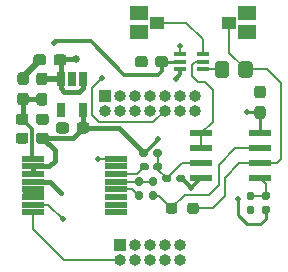
<source format=gbr>
%TF.GenerationSoftware,KiCad,Pcbnew,(5.1.8)-1*%
%TF.CreationDate,2021-11-17T13:18:44-05:00*%
%TF.ProjectId,impedance_measurement,696d7065-6461-46e6-9365-5f6d65617375,rev?*%
%TF.SameCoordinates,Original*%
%TF.FileFunction,Copper,L1,Top*%
%TF.FilePolarity,Positive*%
%FSLAX46Y46*%
G04 Gerber Fmt 4.6, Leading zero omitted, Abs format (unit mm)*
G04 Created by KiCad (PCBNEW (5.1.8)-1) date 2021-11-17 13:18:44*
%MOMM*%
%LPD*%
G01*
G04 APERTURE LIST*
%TA.AperFunction,SMDPad,CuDef*%
%ADD10R,1.000000X0.400000*%
%TD*%
%TA.AperFunction,SMDPad,CuDef*%
%ADD11R,0.650000X1.220000*%
%TD*%
%TA.AperFunction,SMDPad,CuDef*%
%ADD12R,1.970000X0.600000*%
%TD*%
%TA.AperFunction,ComponentPad*%
%ADD13O,1.000000X1.000000*%
%TD*%
%TA.AperFunction,ComponentPad*%
%ADD14R,1.000000X1.000000*%
%TD*%
%TA.AperFunction,SMDPad,CuDef*%
%ADD15R,1.200000X1.000000*%
%TD*%
%TA.AperFunction,SMDPad,CuDef*%
%ADD16R,1.500000X1.200000*%
%TD*%
%TA.AperFunction,SMDPad,CuDef*%
%ADD17R,1.900000X0.480000*%
%TD*%
%TA.AperFunction,ViaPad*%
%ADD18C,0.508000*%
%TD*%
%TA.AperFunction,ViaPad*%
%ADD19C,0.635000*%
%TD*%
%TA.AperFunction,Conductor*%
%ADD20C,0.508000*%
%TD*%
%TA.AperFunction,Conductor*%
%ADD21C,0.152400*%
%TD*%
%TA.AperFunction,Conductor*%
%ADD22C,0.381000*%
%TD*%
%TA.AperFunction,Conductor*%
%ADD23C,0.254000*%
%TD*%
%TA.AperFunction,Conductor*%
%ADD24C,0.304800*%
%TD*%
%TA.AperFunction,Conductor*%
%ADD25C,0.076200*%
%TD*%
%TA.AperFunction,Conductor*%
%ADD26C,0.100000*%
%TD*%
G04 APERTURE END LIST*
%TO.P,C9,2*%
%TO.N,VDD*%
%TA.AperFunction,SMDPad,CuDef*%
G36*
G01*
X132455000Y-105927500D02*
X132455000Y-105452500D01*
G75*
G02*
X132692500Y-105215000I237500J0D01*
G01*
X133292500Y-105215000D01*
G75*
G02*
X133530000Y-105452500I0J-237500D01*
G01*
X133530000Y-105927500D01*
G75*
G02*
X133292500Y-106165000I-237500J0D01*
G01*
X132692500Y-106165000D01*
G75*
G02*
X132455000Y-105927500I0J237500D01*
G01*
G37*
%TD.AperFunction*%
%TO.P,C9,1*%
%TO.N,GND*%
%TA.AperFunction,SMDPad,CuDef*%
G36*
G01*
X130730000Y-105927500D02*
X130730000Y-105452500D01*
G75*
G02*
X130967500Y-105215000I237500J0D01*
G01*
X131567500Y-105215000D01*
G75*
G02*
X131805000Y-105452500I0J-237500D01*
G01*
X131805000Y-105927500D01*
G75*
G02*
X131567500Y-106165000I-237500J0D01*
G01*
X130967500Y-106165000D01*
G75*
G02*
X130730000Y-105927500I0J237500D01*
G01*
G37*
%TD.AperFunction*%
%TD*%
D10*
%TO.P,S1,6*%
%TO.N,/SIG_OUT_probe*%
X136470000Y-105040000D03*
%TO.P,S1,5*%
%TO.N,/SIG_OUT*%
X136470000Y-105690000D03*
%TO.P,S1,4*%
%TO.N,Net-(R11-Pad1)*%
X136470000Y-106340000D03*
%TO.P,S1,3*%
%TO.N,GND*%
X134570000Y-106340000D03*
%TO.P,S1,2*%
%TO.N,VDD*%
X134570000Y-105690000D03*
%TO.P,S1,1*%
%TO.N,/Cali_switch*%
X134570000Y-105040000D03*
%TD*%
%TO.P,R11,2*%
%TO.N,/SIG_IN*%
%TA.AperFunction,SMDPad,CuDef*%
G36*
G01*
X139500000Y-106790001D02*
X139500000Y-105889999D01*
G75*
G02*
X139749999Y-105640000I249999J0D01*
G01*
X140450001Y-105640000D01*
G75*
G02*
X140700000Y-105889999I0J-249999D01*
G01*
X140700000Y-106790001D01*
G75*
G02*
X140450001Y-107040000I-249999J0D01*
G01*
X139749999Y-107040000D01*
G75*
G02*
X139500000Y-106790001I0J249999D01*
G01*
G37*
%TD.AperFunction*%
%TO.P,R11,1*%
%TO.N,Net-(R11-Pad1)*%
%TA.AperFunction,SMDPad,CuDef*%
G36*
G01*
X137500000Y-106790001D02*
X137500000Y-105889999D01*
G75*
G02*
X137749999Y-105640000I249999J0D01*
G01*
X138450001Y-105640000D01*
G75*
G02*
X138700000Y-105889999I0J-249999D01*
G01*
X138700000Y-106790001D01*
G75*
G02*
X138450001Y-107040000I-249999J0D01*
G01*
X137749999Y-107040000D01*
G75*
G02*
X137500000Y-106790001I0J249999D01*
G01*
G37*
%TD.AperFunction*%
%TD*%
%TO.P,C3,2*%
%TO.N,+3V0*%
%TA.AperFunction,SMDPad,CuDef*%
G36*
G01*
X141082500Y-109445000D02*
X141557500Y-109445000D01*
G75*
G02*
X141795000Y-109682500I0J-237500D01*
G01*
X141795000Y-110282500D01*
G75*
G02*
X141557500Y-110520000I-237500J0D01*
G01*
X141082500Y-110520000D01*
G75*
G02*
X140845000Y-110282500I0J237500D01*
G01*
X140845000Y-109682500D01*
G75*
G02*
X141082500Y-109445000I237500J0D01*
G01*
G37*
%TD.AperFunction*%
%TO.P,C3,1*%
%TO.N,GND*%
%TA.AperFunction,SMDPad,CuDef*%
G36*
G01*
X141082500Y-107720000D02*
X141557500Y-107720000D01*
G75*
G02*
X141795000Y-107957500I0J-237500D01*
G01*
X141795000Y-108557500D01*
G75*
G02*
X141557500Y-108795000I-237500J0D01*
G01*
X141082500Y-108795000D01*
G75*
G02*
X140845000Y-108557500I0J237500D01*
G01*
X140845000Y-107957500D01*
G75*
G02*
X141082500Y-107720000I237500J0D01*
G01*
G37*
%TD.AperFunction*%
%TD*%
%TO.P,R6,2*%
%TO.N,/VIN*%
%TA.AperFunction,SMDPad,CuDef*%
G36*
G01*
X132430000Y-116190000D02*
X132110000Y-116190000D01*
G75*
G02*
X131950000Y-116030000I0J160000D01*
G01*
X131950000Y-115635000D01*
G75*
G02*
X132110000Y-115475000I160000J0D01*
G01*
X132430000Y-115475000D01*
G75*
G02*
X132590000Y-115635000I0J-160000D01*
G01*
X132590000Y-116030000D01*
G75*
G02*
X132430000Y-116190000I-160000J0D01*
G01*
G37*
%TD.AperFunction*%
%TO.P,R6,1*%
%TO.N,Net-(R6-Pad1)*%
%TA.AperFunction,SMDPad,CuDef*%
G36*
G01*
X132430000Y-117385000D02*
X132110000Y-117385000D01*
G75*
G02*
X131950000Y-117225000I0J160000D01*
G01*
X131950000Y-116830000D01*
G75*
G02*
X132110000Y-116670000I160000J0D01*
G01*
X132430000Y-116670000D01*
G75*
G02*
X132590000Y-116830000I0J-160000D01*
G01*
X132590000Y-117225000D01*
G75*
G02*
X132430000Y-117385000I-160000J0D01*
G01*
G37*
%TD.AperFunction*%
%TD*%
%TO.P,R5,2*%
%TO.N,/VIN*%
%TA.AperFunction,SMDPad,CuDef*%
G36*
G01*
X131220000Y-116190000D02*
X130900000Y-116190000D01*
G75*
G02*
X130740000Y-116030000I0J160000D01*
G01*
X130740000Y-115635000D01*
G75*
G02*
X130900000Y-115475000I160000J0D01*
G01*
X131220000Y-115475000D01*
G75*
G02*
X131380000Y-115635000I0J-160000D01*
G01*
X131380000Y-116030000D01*
G75*
G02*
X131220000Y-116190000I-160000J0D01*
G01*
G37*
%TD.AperFunction*%
%TO.P,R5,1*%
%TO.N,Net-(R5-Pad1)*%
%TA.AperFunction,SMDPad,CuDef*%
G36*
G01*
X131220000Y-117385000D02*
X130900000Y-117385000D01*
G75*
G02*
X130740000Y-117225000I0J160000D01*
G01*
X130740000Y-116830000D01*
G75*
G02*
X130900000Y-116670000I160000J0D01*
G01*
X131220000Y-116670000D01*
G75*
G02*
X131380000Y-116830000I0J-160000D01*
G01*
X131380000Y-117225000D01*
G75*
G02*
X131220000Y-117385000I-160000J0D01*
G01*
G37*
%TD.AperFunction*%
%TD*%
%TO.P,R4,2*%
%TO.N,Net-(C5-Pad1)*%
%TA.AperFunction,SMDPad,CuDef*%
G36*
G01*
X133770000Y-115410000D02*
X133770000Y-115730000D01*
G75*
G02*
X133610000Y-115890000I-160000J0D01*
G01*
X133215000Y-115890000D01*
G75*
G02*
X133055000Y-115730000I0J160000D01*
G01*
X133055000Y-115410000D01*
G75*
G02*
X133215000Y-115250000I160000J0D01*
G01*
X133610000Y-115250000D01*
G75*
G02*
X133770000Y-115410000I0J-160000D01*
G01*
G37*
%TD.AperFunction*%
%TO.P,R4,1*%
%TO.N,GND*%
%TA.AperFunction,SMDPad,CuDef*%
G36*
G01*
X134965000Y-115410000D02*
X134965000Y-115730000D01*
G75*
G02*
X134805000Y-115890000I-160000J0D01*
G01*
X134410000Y-115890000D01*
G75*
G02*
X134250000Y-115730000I0J160000D01*
G01*
X134250000Y-115410000D01*
G75*
G02*
X134410000Y-115250000I160000J0D01*
G01*
X134805000Y-115250000D01*
G75*
G02*
X134965000Y-115410000I0J-160000D01*
G01*
G37*
%TD.AperFunction*%
%TD*%
%TO.P,R3,2*%
%TO.N,+3V0*%
%TA.AperFunction,SMDPad,CuDef*%
G36*
G01*
X131820000Y-113250000D02*
X131820000Y-113570000D01*
G75*
G02*
X131660000Y-113730000I-160000J0D01*
G01*
X131265000Y-113730000D01*
G75*
G02*
X131105000Y-113570000I0J160000D01*
G01*
X131105000Y-113250000D01*
G75*
G02*
X131265000Y-113090000I160000J0D01*
G01*
X131660000Y-113090000D01*
G75*
G02*
X131820000Y-113250000I0J-160000D01*
G01*
G37*
%TD.AperFunction*%
%TO.P,R3,1*%
%TO.N,Net-(C5-Pad1)*%
%TA.AperFunction,SMDPad,CuDef*%
G36*
G01*
X133015000Y-113250000D02*
X133015000Y-113570000D01*
G75*
G02*
X132855000Y-113730000I-160000J0D01*
G01*
X132460000Y-113730000D01*
G75*
G02*
X132300000Y-113570000I0J160000D01*
G01*
X132300000Y-113250000D01*
G75*
G02*
X132460000Y-113090000I160000J0D01*
G01*
X132855000Y-113090000D01*
G75*
G02*
X133015000Y-113250000I0J-160000D01*
G01*
G37*
%TD.AperFunction*%
%TD*%
%TO.P,R2,2*%
%TO.N,/INB_P*%
%TA.AperFunction,SMDPad,CuDef*%
G36*
G01*
X140680000Y-117400000D02*
X140360000Y-117400000D01*
G75*
G02*
X140200000Y-117240000I0J160000D01*
G01*
X140200000Y-116845000D01*
G75*
G02*
X140360000Y-116685000I160000J0D01*
G01*
X140680000Y-116685000D01*
G75*
G02*
X140840000Y-116845000I0J-160000D01*
G01*
X140840000Y-117240000D01*
G75*
G02*
X140680000Y-117400000I-160000J0D01*
G01*
G37*
%TD.AperFunction*%
%TO.P,R2,1*%
%TO.N,GND*%
%TA.AperFunction,SMDPad,CuDef*%
G36*
G01*
X140680000Y-118595000D02*
X140360000Y-118595000D01*
G75*
G02*
X140200000Y-118435000I0J160000D01*
G01*
X140200000Y-118040000D01*
G75*
G02*
X140360000Y-117880000I160000J0D01*
G01*
X140680000Y-117880000D01*
G75*
G02*
X140840000Y-118040000I0J-160000D01*
G01*
X140840000Y-118435000D01*
G75*
G02*
X140680000Y-118595000I-160000J0D01*
G01*
G37*
%TD.AperFunction*%
%TD*%
%TO.P,R1,2*%
%TO.N,+3V0*%
%TA.AperFunction,SMDPad,CuDef*%
G36*
G01*
X141660000Y-117880000D02*
X141980000Y-117880000D01*
G75*
G02*
X142140000Y-118040000I0J-160000D01*
G01*
X142140000Y-118435000D01*
G75*
G02*
X141980000Y-118595000I-160000J0D01*
G01*
X141660000Y-118595000D01*
G75*
G02*
X141500000Y-118435000I0J160000D01*
G01*
X141500000Y-118040000D01*
G75*
G02*
X141660000Y-117880000I160000J0D01*
G01*
G37*
%TD.AperFunction*%
%TO.P,R1,1*%
%TO.N,/INB_P*%
%TA.AperFunction,SMDPad,CuDef*%
G36*
G01*
X141660000Y-116685000D02*
X141980000Y-116685000D01*
G75*
G02*
X142140000Y-116845000I0J-160000D01*
G01*
X142140000Y-117240000D01*
G75*
G02*
X141980000Y-117400000I-160000J0D01*
G01*
X141660000Y-117400000D01*
G75*
G02*
X141500000Y-117240000I0J160000D01*
G01*
X141500000Y-116845000D01*
G75*
G02*
X141660000Y-116685000I160000J0D01*
G01*
G37*
%TD.AperFunction*%
%TD*%
%TO.P,C5,2*%
%TO.N,Net-(C5-Pad2)*%
%TA.AperFunction,SMDPad,CuDef*%
G36*
G01*
X131890000Y-114425000D02*
X131890000Y-114735000D01*
G75*
G02*
X131735000Y-114890000I-155000J0D01*
G01*
X131310000Y-114890000D01*
G75*
G02*
X131155000Y-114735000I0J155000D01*
G01*
X131155000Y-114425000D01*
G75*
G02*
X131310000Y-114270000I155000J0D01*
G01*
X131735000Y-114270000D01*
G75*
G02*
X131890000Y-114425000I0J-155000D01*
G01*
G37*
%TD.AperFunction*%
%TO.P,C5,1*%
%TO.N,Net-(C5-Pad1)*%
%TA.AperFunction,SMDPad,CuDef*%
G36*
G01*
X133025000Y-114425000D02*
X133025000Y-114735000D01*
G75*
G02*
X132870000Y-114890000I-155000J0D01*
G01*
X132445000Y-114890000D01*
G75*
G02*
X132290000Y-114735000I0J155000D01*
G01*
X132290000Y-114425000D01*
G75*
G02*
X132445000Y-114270000I155000J0D01*
G01*
X132870000Y-114270000D01*
G75*
G02*
X133025000Y-114425000I0J-155000D01*
G01*
G37*
%TD.AperFunction*%
%TD*%
D11*
%TO.P,U3,5*%
%TO.N,+3V0*%
X126330000Y-109760000D03*
%TO.P,U3,4*%
%TO.N,N/C*%
X124430000Y-109760000D03*
%TO.P,U3,3*%
%TO.N,+3V3*%
X124430000Y-107140000D03*
%TO.P,U3,2*%
%TO.N,GND*%
X125380000Y-107140000D03*
%TO.P,U3,1*%
%TO.N,+3V3*%
X126330000Y-107140000D03*
%TD*%
D12*
%TO.P,U1,8*%
%TO.N,+3V0*%
X141315000Y-111755000D03*
%TO.P,U1,7*%
%TO.N,Net-(R6-Pad1)*%
X141315000Y-113025000D03*
%TO.P,U1,6*%
%TO.N,/SIG_IN*%
X141315000Y-114295000D03*
%TO.P,U1,5*%
%TO.N,/INB_P*%
X141315000Y-115565000D03*
%TO.P,U1,4*%
%TO.N,GND*%
X136365000Y-115565000D03*
%TO.P,U1,3*%
%TO.N,Net-(C5-Pad1)*%
X136365000Y-114295000D03*
%TO.P,U1,2*%
%TO.N,/SIG_OUT*%
X136365000Y-113025000D03*
%TO.P,U1,1*%
X136365000Y-111755000D03*
%TD*%
%TO.P,R8,2*%
%TO.N,Net-(R6-Pad1)*%
%TA.AperFunction,SMDPad,CuDef*%
G36*
G01*
X134315000Y-117852500D02*
X134315000Y-118327500D01*
G75*
G02*
X134077500Y-118565000I-237500J0D01*
G01*
X133577500Y-118565000D01*
G75*
G02*
X133340000Y-118327500I0J237500D01*
G01*
X133340000Y-117852500D01*
G75*
G02*
X133577500Y-117615000I237500J0D01*
G01*
X134077500Y-117615000D01*
G75*
G02*
X134315000Y-117852500I0J-237500D01*
G01*
G37*
%TD.AperFunction*%
%TO.P,R8,1*%
%TO.N,/SIG_IN*%
%TA.AperFunction,SMDPad,CuDef*%
G36*
G01*
X136140000Y-117852500D02*
X136140000Y-118327500D01*
G75*
G02*
X135902500Y-118565000I-237500J0D01*
G01*
X135402500Y-118565000D01*
G75*
G02*
X135165000Y-118327500I0J237500D01*
G01*
X135165000Y-117852500D01*
G75*
G02*
X135402500Y-117615000I237500J0D01*
G01*
X135902500Y-117615000D01*
G75*
G02*
X136140000Y-117852500I0J-237500D01*
G01*
G37*
%TD.AperFunction*%
%TD*%
D13*
%TO.P,J4,10*%
%TO.N,N/C*%
X134540000Y-122440000D03*
%TO.P,J4,9*%
X134540000Y-121170000D03*
%TO.P,J4,8*%
X133270000Y-122440000D03*
%TO.P,J4,7*%
X133270000Y-121170000D03*
%TO.P,J4,6*%
X132000000Y-122440000D03*
%TO.P,J4,5*%
X132000000Y-121170000D03*
%TO.P,J4,4*%
%TO.N,/SDA*%
X130730000Y-122440000D03*
%TO.P,J4,3*%
%TO.N,N/C*%
X130730000Y-121170000D03*
%TO.P,J4,2*%
%TO.N,/SCL*%
X129460000Y-122440000D03*
D14*
%TO.P,J4,1*%
%TO.N,N/C*%
X129460000Y-121170000D03*
%TD*%
D13*
%TO.P,J3,14*%
%TO.N,N/C*%
X135810000Y-109820000D03*
%TO.P,J3,13*%
X135810000Y-108550000D03*
%TO.P,J3,12*%
X134540000Y-109820000D03*
%TO.P,J3,11*%
X134540000Y-108550000D03*
%TO.P,J3,10*%
%TO.N,/Cali_switch*%
X133270000Y-109820000D03*
%TO.P,J3,9*%
%TO.N,N/C*%
X133270000Y-108550000D03*
%TO.P,J3,8*%
X132000000Y-109820000D03*
%TO.P,J3,7*%
X132000000Y-108550000D03*
%TO.P,J3,6*%
X130730000Y-109820000D03*
%TO.P,J3,5*%
X130730000Y-108550000D03*
%TO.P,J3,4*%
X129460000Y-109820000D03*
%TO.P,J3,3*%
X129460000Y-108550000D03*
%TO.P,J3,2*%
%TO.N,+3V3*%
X128190000Y-109820000D03*
D14*
%TO.P,J3,1*%
%TO.N,GND*%
X128190000Y-108550000D03*
%TD*%
D15*
%TO.P,J2,1*%
%TO.N,/SIG_IN*%
X138670000Y-102400000D03*
D16*
%TO.P,J2,2*%
%TO.N,GND*%
X140260000Y-103200000D03*
X140260000Y-101600000D03*
%TD*%
D15*
%TO.P,J1,1*%
%TO.N,/SIG_OUT_probe*%
X132630000Y-102400000D03*
D16*
%TO.P,J1,2*%
%TO.N,GND*%
X131040000Y-101600000D03*
X131040000Y-103200000D03*
%TD*%
%TO.P,FB1,2*%
%TO.N,+3V3*%
%TA.AperFunction,SMDPad,CuDef*%
G36*
G01*
X123087500Y-107675000D02*
X122612500Y-107675000D01*
G75*
G02*
X122375000Y-107437500I0J237500D01*
G01*
X122375000Y-106837500D01*
G75*
G02*
X122612500Y-106600000I237500J0D01*
G01*
X123087500Y-106600000D01*
G75*
G02*
X123325000Y-106837500I0J-237500D01*
G01*
X123325000Y-107437500D01*
G75*
G02*
X123087500Y-107675000I-237500J0D01*
G01*
G37*
%TD.AperFunction*%
%TO.P,FB1,1*%
%TO.N,VDD*%
%TA.AperFunction,SMDPad,CuDef*%
G36*
G01*
X123087500Y-109400000D02*
X122612500Y-109400000D01*
G75*
G02*
X122375000Y-109162500I0J237500D01*
G01*
X122375000Y-108562500D01*
G75*
G02*
X122612500Y-108325000I237500J0D01*
G01*
X123087500Y-108325000D01*
G75*
G02*
X123325000Y-108562500I0J-237500D01*
G01*
X123325000Y-109162500D01*
G75*
G02*
X123087500Y-109400000I-237500J0D01*
G01*
G37*
%TD.AperFunction*%
%TD*%
%TO.P,C8,2*%
%TO.N,+3V0*%
%TA.AperFunction,SMDPad,CuDef*%
G36*
G01*
X125785000Y-111527500D02*
X125785000Y-111052500D01*
G75*
G02*
X126022500Y-110815000I237500J0D01*
G01*
X126622500Y-110815000D01*
G75*
G02*
X126860000Y-111052500I0J-237500D01*
G01*
X126860000Y-111527500D01*
G75*
G02*
X126622500Y-111765000I-237500J0D01*
G01*
X126022500Y-111765000D01*
G75*
G02*
X125785000Y-111527500I0J237500D01*
G01*
G37*
%TD.AperFunction*%
%TO.P,C8,1*%
%TO.N,GND*%
%TA.AperFunction,SMDPad,CuDef*%
G36*
G01*
X124060000Y-111527500D02*
X124060000Y-111052500D01*
G75*
G02*
X124297500Y-110815000I237500J0D01*
G01*
X124897500Y-110815000D01*
G75*
G02*
X125135000Y-111052500I0J-237500D01*
G01*
X125135000Y-111527500D01*
G75*
G02*
X124897500Y-111765000I-237500J0D01*
G01*
X124297500Y-111765000D01*
G75*
G02*
X124060000Y-111527500I0J237500D01*
G01*
G37*
%TD.AperFunction*%
%TD*%
%TO.P,C7,2*%
%TO.N,+3V3*%
%TA.AperFunction,SMDPad,CuDef*%
G36*
G01*
X123855000Y-105767500D02*
X123855000Y-105292500D01*
G75*
G02*
X124092500Y-105055000I237500J0D01*
G01*
X124692500Y-105055000D01*
G75*
G02*
X124930000Y-105292500I0J-237500D01*
G01*
X124930000Y-105767500D01*
G75*
G02*
X124692500Y-106005000I-237500J0D01*
G01*
X124092500Y-106005000D01*
G75*
G02*
X123855000Y-105767500I0J237500D01*
G01*
G37*
%TD.AperFunction*%
%TO.P,C7,1*%
%TO.N,GND*%
%TA.AperFunction,SMDPad,CuDef*%
G36*
G01*
X122130000Y-105767500D02*
X122130000Y-105292500D01*
G75*
G02*
X122367500Y-105055000I237500J0D01*
G01*
X122967500Y-105055000D01*
G75*
G02*
X123205000Y-105292500I0J-237500D01*
G01*
X123205000Y-105767500D01*
G75*
G02*
X122967500Y-106005000I-237500J0D01*
G01*
X122367500Y-106005000D01*
G75*
G02*
X122130000Y-105767500I0J237500D01*
G01*
G37*
%TD.AperFunction*%
%TD*%
%TO.P,C4,2*%
%TO.N,+3V0*%
%TA.AperFunction,SMDPad,CuDef*%
G36*
G01*
X122365000Y-112397500D02*
X122365000Y-111922500D01*
G75*
G02*
X122602500Y-111685000I237500J0D01*
G01*
X123202500Y-111685000D01*
G75*
G02*
X123440000Y-111922500I0J-237500D01*
G01*
X123440000Y-112397500D01*
G75*
G02*
X123202500Y-112635000I-237500J0D01*
G01*
X122602500Y-112635000D01*
G75*
G02*
X122365000Y-112397500I0J237500D01*
G01*
G37*
%TD.AperFunction*%
%TO.P,C4,1*%
%TO.N,GND*%
%TA.AperFunction,SMDPad,CuDef*%
G36*
G01*
X120640000Y-112397500D02*
X120640000Y-111922500D01*
G75*
G02*
X120877500Y-111685000I237500J0D01*
G01*
X121477500Y-111685000D01*
G75*
G02*
X121715000Y-111922500I0J-237500D01*
G01*
X121715000Y-112397500D01*
G75*
G02*
X121477500Y-112635000I-237500J0D01*
G01*
X120877500Y-112635000D01*
G75*
G02*
X120640000Y-112397500I0J237500D01*
G01*
G37*
%TD.AperFunction*%
%TD*%
%TO.P,C2,2*%
%TO.N,VDD*%
%TA.AperFunction,SMDPad,CuDef*%
G36*
G01*
X121022500Y-108305000D02*
X121497500Y-108305000D01*
G75*
G02*
X121735000Y-108542500I0J-237500D01*
G01*
X121735000Y-109142500D01*
G75*
G02*
X121497500Y-109380000I-237500J0D01*
G01*
X121022500Y-109380000D01*
G75*
G02*
X120785000Y-109142500I0J237500D01*
G01*
X120785000Y-108542500D01*
G75*
G02*
X121022500Y-108305000I237500J0D01*
G01*
G37*
%TD.AperFunction*%
%TO.P,C2,1*%
%TO.N,GND*%
%TA.AperFunction,SMDPad,CuDef*%
G36*
G01*
X121022500Y-106580000D02*
X121497500Y-106580000D01*
G75*
G02*
X121735000Y-106817500I0J-237500D01*
G01*
X121735000Y-107417500D01*
G75*
G02*
X121497500Y-107655000I-237500J0D01*
G01*
X121022500Y-107655000D01*
G75*
G02*
X120785000Y-107417500I0J237500D01*
G01*
X120785000Y-106817500D01*
G75*
G02*
X121022500Y-106580000I237500J0D01*
G01*
G37*
%TD.AperFunction*%
%TD*%
%TO.P,C1,2*%
%TO.N,VDD*%
%TA.AperFunction,SMDPad,CuDef*%
G36*
G01*
X121715000Y-110312500D02*
X121715000Y-110787500D01*
G75*
G02*
X121477500Y-111025000I-237500J0D01*
G01*
X120877500Y-111025000D01*
G75*
G02*
X120640000Y-110787500I0J237500D01*
G01*
X120640000Y-110312500D01*
G75*
G02*
X120877500Y-110075000I237500J0D01*
G01*
X121477500Y-110075000D01*
G75*
G02*
X121715000Y-110312500I0J-237500D01*
G01*
G37*
%TD.AperFunction*%
%TO.P,C1,1*%
%TO.N,GND*%
%TA.AperFunction,SMDPad,CuDef*%
G36*
G01*
X123440000Y-110312500D02*
X123440000Y-110787500D01*
G75*
G02*
X123202500Y-111025000I-237500J0D01*
G01*
X122602500Y-111025000D01*
G75*
G02*
X122365000Y-110787500I0J237500D01*
G01*
X122365000Y-110312500D01*
G75*
G02*
X122602500Y-110075000I237500J0D01*
G01*
X123202500Y-110075000D01*
G75*
G02*
X123440000Y-110312500I0J-237500D01*
G01*
G37*
%TD.AperFunction*%
%TD*%
D17*
%TO.P,U2,1*%
%TO.N,N/C*%
X129115000Y-118435000D03*
%TO.P,U2,2*%
X129115000Y-117785000D03*
%TO.P,U2,3*%
X129115000Y-117135000D03*
%TO.P,U2,4*%
%TO.N,Net-(R5-Pad1)*%
X129115000Y-116485000D03*
%TO.P,U2,5*%
%TO.N,/VIN*%
X129115000Y-115835000D03*
%TO.P,U2,6*%
%TO.N,Net-(C5-Pad2)*%
X129115000Y-115185000D03*
%TO.P,U2,7*%
%TO.N,N/C*%
X129115000Y-114535000D03*
%TO.P,U2,8*%
%TO.N,Net-(R7-Pad1)*%
X129115000Y-113885000D03*
%TO.P,U2,9*%
%TO.N,VDD*%
X122105000Y-113885000D03*
%TO.P,U2,10*%
%TO.N,+3V0*%
X122105000Y-114535000D03*
%TO.P,U2,11*%
X122105000Y-115185000D03*
%TO.P,U2,12*%
%TO.N,GNDREF*%
X122105000Y-115835000D03*
%TO.P,U2,13*%
%TO.N,GND*%
X122105000Y-116485000D03*
%TO.P,U2,14*%
X122105000Y-117135000D03*
%TO.P,U2,15*%
%TO.N,/SDA*%
X122105000Y-117785000D03*
%TO.P,U2,16*%
%TO.N,/SCL*%
X122105000Y-118435000D03*
%TD*%
D18*
%TO.N,GND*%
X140530000Y-118240000D03*
X141320000Y-108250000D03*
X121180000Y-112160000D03*
X124610000Y-111300000D03*
X122910000Y-110580000D03*
X122690000Y-105530000D03*
X125410000Y-107490000D03*
X125390000Y-106800000D03*
X131270000Y-105670000D03*
X130550000Y-103540000D03*
X131530000Y-103540000D03*
X131530000Y-102860000D03*
X130550000Y-102860000D03*
X130550000Y-101940000D03*
X131530000Y-101940000D03*
X131520000Y-101270000D03*
X130560000Y-101270000D03*
X139770000Y-103540000D03*
X140750000Y-103540000D03*
X140750000Y-102860000D03*
X139770000Y-102860000D03*
X139770000Y-101940000D03*
X140750000Y-101940000D03*
X140740000Y-101270000D03*
X139790000Y-101270000D03*
%TO.N,/Cali_switch*%
X134570000Y-104390000D03*
X127980000Y-107080000D03*
%TO.N,VDD*%
X121268750Y-108851250D03*
X123860000Y-104060000D03*
%TO.N,GND*%
X134210000Y-107110000D03*
X135510000Y-116340000D03*
X122700000Y-116800000D03*
X121600000Y-116800000D03*
%TO.N,+3V0*%
X139430000Y-117310000D03*
X132671250Y-112201250D03*
X140210000Y-109980000D03*
D19*
%TO.N,+3V3*%
X125780000Y-105490000D03*
D18*
%TO.N,GNDREF*%
X123900000Y-116200000D03*
X124500000Y-116800000D03*
%TO.N,/SDA*%
X124600000Y-119000000D03*
%TO.N,Net-(R7-Pad1)*%
X127590000Y-113880000D03*
%TD*%
D20*
%TO.N,GND*%
X121260000Y-107117500D02*
X121260000Y-106960000D01*
X121260000Y-106960000D02*
X122690000Y-105530000D01*
D21*
%TO.N,/Cali_switch*%
X127120000Y-110190000D02*
X127120000Y-107940000D01*
X127120000Y-107940000D02*
X127980000Y-107080000D01*
X127730000Y-110800000D02*
X127120000Y-110190000D01*
X132290000Y-110800000D02*
X127730000Y-110800000D01*
X133270000Y-109820000D02*
X132290000Y-110800000D01*
X134570000Y-105040000D02*
X134570000Y-104390000D01*
D22*
%TO.N,VDD*%
X121280000Y-108862500D02*
X121268750Y-108851250D01*
X122850000Y-108862500D02*
X121280000Y-108862500D01*
X121260000Y-110467500D02*
X121177500Y-110550000D01*
X121260000Y-108842500D02*
X121260000Y-110467500D01*
D23*
X134570000Y-105690000D02*
X132992500Y-105690000D01*
D22*
X121268750Y-108851250D02*
X121260000Y-108842500D01*
D24*
X127020000Y-103970000D02*
X123950000Y-103970000D01*
X123950000Y-103970000D02*
X123860000Y-104060000D01*
X129840000Y-106790000D02*
X127020000Y-103970000D01*
X132680000Y-106790000D02*
X129840000Y-106790000D01*
X132992500Y-106477500D02*
X132680000Y-106790000D01*
X132992500Y-105690000D02*
X132992500Y-106477500D01*
X121177500Y-110550000D02*
X122040000Y-111412500D01*
X122040000Y-111412500D02*
X122040000Y-113820000D01*
X122040000Y-113820000D02*
X122105000Y-113885000D01*
%TO.N,GND*%
X134570000Y-106340000D02*
X134570000Y-106750000D01*
X134570000Y-106750000D02*
X134210000Y-107110000D01*
X134607500Y-115570000D02*
X134740000Y-115570000D01*
X134740000Y-115570000D02*
X135510000Y-116340000D01*
X136285000Y-115565000D02*
X135510000Y-116340000D01*
X136365000Y-115565000D02*
X136285000Y-115565000D01*
D22*
%TO.N,+3V0*%
X126330000Y-111282500D02*
X126322500Y-111290000D01*
X126330000Y-109760000D02*
X126330000Y-111282500D01*
X125452500Y-112160000D02*
X126322500Y-111290000D01*
X122902500Y-112160000D02*
X125452500Y-112160000D01*
X122105000Y-114535000D02*
X122105000Y-115185000D01*
X122105000Y-114535000D02*
X123495000Y-114535000D01*
X123930000Y-114100000D02*
X123930000Y-113187500D01*
X123930000Y-113187500D02*
X122902500Y-112160000D01*
X123495000Y-114535000D02*
X123930000Y-114100000D01*
D23*
X141820000Y-118237500D02*
X141820000Y-118960000D01*
X141330000Y-119450000D02*
X140200000Y-119450000D01*
X139430000Y-117310000D02*
X139430000Y-118680000D01*
X139430000Y-118680000D02*
X140200000Y-119450000D01*
X141820000Y-118960000D02*
X141330000Y-119450000D01*
X131462500Y-113410000D02*
X132671250Y-112201250D01*
X141325000Y-111755000D02*
X141325000Y-109987500D01*
X140210000Y-109980000D02*
X141317500Y-109980000D01*
X141317500Y-109980000D02*
X141320000Y-109982500D01*
D22*
X129342500Y-111290000D02*
X131462500Y-113410000D01*
X126322500Y-111290000D02*
X129342500Y-111290000D01*
D21*
%TO.N,Net-(C5-Pad2)*%
X130917500Y-115185000D02*
X131522500Y-114580000D01*
X129115000Y-115185000D02*
X130917500Y-115185000D01*
%TO.N,Net-(C5-Pad1)*%
X132657500Y-114580000D02*
X132657500Y-113410000D01*
X132657500Y-114815000D02*
X133412500Y-115570000D01*
X132657500Y-114580000D02*
X132657500Y-114815000D01*
X134687500Y-114295000D02*
X133412500Y-115570000D01*
X136365000Y-114295000D02*
X134687500Y-114295000D01*
%TO.N,+3V3*%
X125777500Y-105492500D02*
X125780000Y-105490000D01*
D22*
X124430000Y-105492500D02*
X125777500Y-105492500D01*
X124430000Y-105492500D02*
X124430000Y-107140000D01*
X124430000Y-107140000D02*
X124430000Y-107940000D01*
X126030000Y-108230000D02*
X126330000Y-107930000D01*
X126330000Y-107930000D02*
X126330000Y-107140000D01*
X124720000Y-108230000D02*
X126030000Y-108230000D01*
X124430000Y-107940000D02*
X124720000Y-108230000D01*
D21*
X124427500Y-107137500D02*
X124430000Y-107140000D01*
D20*
X122850000Y-107137500D02*
X124427500Y-107137500D01*
D21*
%TO.N,/SIG_OUT*%
X136365000Y-111755000D02*
X136365000Y-113025000D01*
X136470000Y-105690000D02*
X135790000Y-105690000D01*
X135790000Y-105690000D02*
X135530000Y-105950000D01*
X135530000Y-105950000D02*
X135530000Y-106900000D01*
X135530000Y-106900000D02*
X136070000Y-107440000D01*
X136070000Y-107440000D02*
X136700000Y-107440000D01*
X136700000Y-107440000D02*
X137300000Y-108040000D01*
X137300000Y-110820000D02*
X136365000Y-111755000D01*
X137300000Y-108040000D02*
X137300000Y-110820000D01*
%TO.N,/SIG_IN*%
X141315000Y-114295000D02*
X139575000Y-114295000D01*
X139575000Y-114295000D02*
X138370000Y-115500000D01*
X138370000Y-115500000D02*
X138370000Y-117080000D01*
X137360000Y-118090000D02*
X135652500Y-118090000D01*
X138370000Y-117080000D02*
X137360000Y-118090000D01*
X138670000Y-104910000D02*
X140100000Y-106340000D01*
X138670000Y-102400000D02*
X138670000Y-104910000D01*
X141315000Y-114295000D02*
X142725000Y-114295000D01*
X142725000Y-114295000D02*
X143090000Y-113930000D01*
X143090000Y-113930000D02*
X143090000Y-107480000D01*
X141950000Y-106340000D02*
X140100000Y-106340000D01*
X143090000Y-107480000D02*
X141950000Y-106340000D01*
D22*
%TO.N,GNDREF*%
X123900000Y-116200000D02*
X124500000Y-116800000D01*
X122105000Y-115835000D02*
X123535000Y-115835000D01*
X123535000Y-115835000D02*
X123900000Y-116200000D01*
D21*
%TO.N,/SCL*%
X122105000Y-118435000D02*
X122105000Y-119825000D01*
X124720000Y-122440000D02*
X129460000Y-122440000D01*
X122105000Y-119825000D02*
X124720000Y-122440000D01*
%TO.N,/SDA*%
X123385000Y-117785000D02*
X122105000Y-117785000D01*
X124600000Y-119000000D02*
X123385000Y-117785000D01*
%TO.N,/INB_P*%
X140520000Y-117042500D02*
X141820000Y-117042500D01*
X141820000Y-116070000D02*
X141315000Y-115565000D01*
X141820000Y-117042500D02*
X141820000Y-116070000D01*
%TO.N,/VIN*%
X131057500Y-115835000D02*
X131060000Y-115832500D01*
X129115000Y-115835000D02*
X131057500Y-115835000D01*
X131060000Y-115832500D02*
X132270000Y-115832500D01*
%TO.N,Net-(R5-Pad1)*%
X130517500Y-116485000D02*
X131060000Y-117027500D01*
X129115000Y-116485000D02*
X130517500Y-116485000D01*
%TO.N,Net-(R6-Pad1)*%
X132765000Y-117027500D02*
X133827500Y-118090000D01*
X132270000Y-117027500D02*
X132765000Y-117027500D01*
X141315000Y-113025000D02*
X139185000Y-113025000D01*
X139185000Y-113025000D02*
X137810000Y-114400000D01*
X137810000Y-114400000D02*
X137810000Y-116150000D01*
X137810000Y-116150000D02*
X137020000Y-116940000D01*
X134977500Y-116940000D02*
X133827500Y-118090000D01*
X137020000Y-116940000D02*
X134977500Y-116940000D01*
%TO.N,Net-(R7-Pad1)*%
X127595000Y-113885000D02*
X127590000Y-113880000D01*
X129115000Y-113885000D02*
X127595000Y-113885000D01*
%TO.N,/SIG_OUT_probe*%
X136470000Y-105040000D02*
X136470000Y-103780000D01*
X135090000Y-102400000D02*
X132630000Y-102400000D01*
X136470000Y-103780000D02*
X135090000Y-102400000D01*
%TO.N,Net-(R11-Pad1)*%
X136470000Y-106340000D02*
X138100000Y-106340000D01*
%TD*%
D25*
%TO.N,GND*%
X122961900Y-117261900D02*
X121238100Y-117261900D01*
X121238100Y-116338100D01*
X122961900Y-116338100D01*
X122961900Y-117261900D01*
%TA.AperFunction,Conductor*%
D26*
G36*
X122961900Y-117261900D02*
G01*
X121238100Y-117261900D01*
X121238100Y-116338100D01*
X122961900Y-116338100D01*
X122961900Y-117261900D01*
G37*
%TD.AperFunction*%
%TD*%
M02*

</source>
